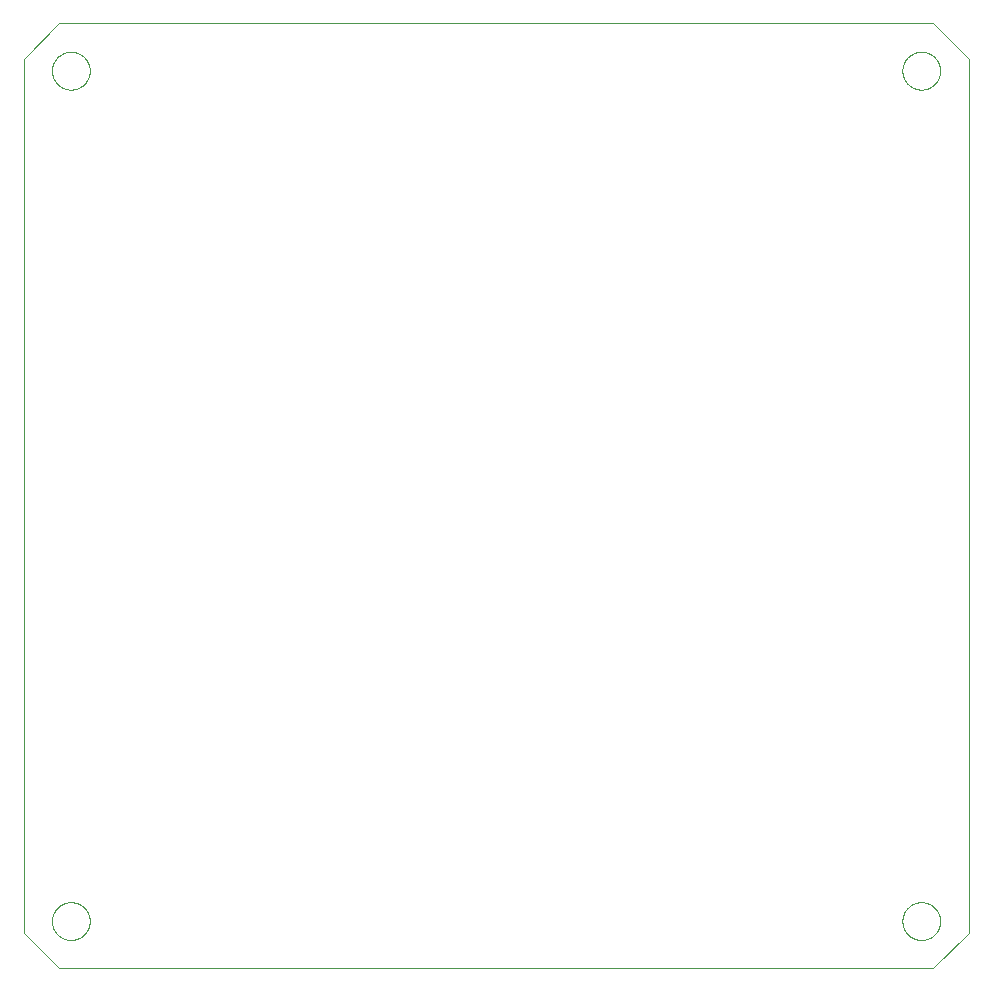
<source format=gbo>
G75*
%MOIN*%
%OFA0B0*%
%FSLAX25Y25*%
%IPPOS*%
%LPD*%
%AMOC8*
5,1,8,0,0,1.08239X$1,22.5*
%
%ADD10C,0.00000*%
D10*
X0023711Y0035200D02*
X0011900Y0047011D01*
X0011900Y0338350D01*
X0023711Y0350161D01*
X0315050Y0350161D01*
X0326861Y0338350D01*
X0326861Y0047011D01*
X0315050Y0035200D01*
X0023711Y0035200D01*
X0021349Y0050948D02*
X0021351Y0051106D01*
X0021357Y0051264D01*
X0021367Y0051422D01*
X0021381Y0051580D01*
X0021399Y0051737D01*
X0021420Y0051894D01*
X0021446Y0052050D01*
X0021476Y0052206D01*
X0021509Y0052361D01*
X0021547Y0052514D01*
X0021588Y0052667D01*
X0021633Y0052819D01*
X0021682Y0052970D01*
X0021735Y0053119D01*
X0021791Y0053267D01*
X0021851Y0053413D01*
X0021915Y0053558D01*
X0021983Y0053701D01*
X0022054Y0053843D01*
X0022128Y0053983D01*
X0022206Y0054120D01*
X0022288Y0054256D01*
X0022372Y0054390D01*
X0022461Y0054521D01*
X0022552Y0054650D01*
X0022647Y0054777D01*
X0022744Y0054902D01*
X0022845Y0055024D01*
X0022949Y0055143D01*
X0023056Y0055260D01*
X0023166Y0055374D01*
X0023279Y0055485D01*
X0023394Y0055594D01*
X0023512Y0055699D01*
X0023633Y0055801D01*
X0023756Y0055901D01*
X0023882Y0055997D01*
X0024010Y0056090D01*
X0024140Y0056180D01*
X0024273Y0056266D01*
X0024408Y0056350D01*
X0024544Y0056429D01*
X0024683Y0056506D01*
X0024824Y0056578D01*
X0024966Y0056648D01*
X0025110Y0056713D01*
X0025256Y0056775D01*
X0025403Y0056833D01*
X0025552Y0056888D01*
X0025702Y0056939D01*
X0025853Y0056986D01*
X0026005Y0057029D01*
X0026158Y0057068D01*
X0026313Y0057104D01*
X0026468Y0057135D01*
X0026624Y0057163D01*
X0026780Y0057187D01*
X0026937Y0057207D01*
X0027095Y0057223D01*
X0027252Y0057235D01*
X0027411Y0057243D01*
X0027569Y0057247D01*
X0027727Y0057247D01*
X0027885Y0057243D01*
X0028044Y0057235D01*
X0028201Y0057223D01*
X0028359Y0057207D01*
X0028516Y0057187D01*
X0028672Y0057163D01*
X0028828Y0057135D01*
X0028983Y0057104D01*
X0029138Y0057068D01*
X0029291Y0057029D01*
X0029443Y0056986D01*
X0029594Y0056939D01*
X0029744Y0056888D01*
X0029893Y0056833D01*
X0030040Y0056775D01*
X0030186Y0056713D01*
X0030330Y0056648D01*
X0030472Y0056578D01*
X0030613Y0056506D01*
X0030752Y0056429D01*
X0030888Y0056350D01*
X0031023Y0056266D01*
X0031156Y0056180D01*
X0031286Y0056090D01*
X0031414Y0055997D01*
X0031540Y0055901D01*
X0031663Y0055801D01*
X0031784Y0055699D01*
X0031902Y0055594D01*
X0032017Y0055485D01*
X0032130Y0055374D01*
X0032240Y0055260D01*
X0032347Y0055143D01*
X0032451Y0055024D01*
X0032552Y0054902D01*
X0032649Y0054777D01*
X0032744Y0054650D01*
X0032835Y0054521D01*
X0032924Y0054390D01*
X0033008Y0054256D01*
X0033090Y0054120D01*
X0033168Y0053983D01*
X0033242Y0053843D01*
X0033313Y0053701D01*
X0033381Y0053558D01*
X0033445Y0053413D01*
X0033505Y0053267D01*
X0033561Y0053119D01*
X0033614Y0052970D01*
X0033663Y0052819D01*
X0033708Y0052667D01*
X0033749Y0052514D01*
X0033787Y0052361D01*
X0033820Y0052206D01*
X0033850Y0052050D01*
X0033876Y0051894D01*
X0033897Y0051737D01*
X0033915Y0051580D01*
X0033929Y0051422D01*
X0033939Y0051264D01*
X0033945Y0051106D01*
X0033947Y0050948D01*
X0033945Y0050790D01*
X0033939Y0050632D01*
X0033929Y0050474D01*
X0033915Y0050316D01*
X0033897Y0050159D01*
X0033876Y0050002D01*
X0033850Y0049846D01*
X0033820Y0049690D01*
X0033787Y0049535D01*
X0033749Y0049382D01*
X0033708Y0049229D01*
X0033663Y0049077D01*
X0033614Y0048926D01*
X0033561Y0048777D01*
X0033505Y0048629D01*
X0033445Y0048483D01*
X0033381Y0048338D01*
X0033313Y0048195D01*
X0033242Y0048053D01*
X0033168Y0047913D01*
X0033090Y0047776D01*
X0033008Y0047640D01*
X0032924Y0047506D01*
X0032835Y0047375D01*
X0032744Y0047246D01*
X0032649Y0047119D01*
X0032552Y0046994D01*
X0032451Y0046872D01*
X0032347Y0046753D01*
X0032240Y0046636D01*
X0032130Y0046522D01*
X0032017Y0046411D01*
X0031902Y0046302D01*
X0031784Y0046197D01*
X0031663Y0046095D01*
X0031540Y0045995D01*
X0031414Y0045899D01*
X0031286Y0045806D01*
X0031156Y0045716D01*
X0031023Y0045630D01*
X0030888Y0045546D01*
X0030752Y0045467D01*
X0030613Y0045390D01*
X0030472Y0045318D01*
X0030330Y0045248D01*
X0030186Y0045183D01*
X0030040Y0045121D01*
X0029893Y0045063D01*
X0029744Y0045008D01*
X0029594Y0044957D01*
X0029443Y0044910D01*
X0029291Y0044867D01*
X0029138Y0044828D01*
X0028983Y0044792D01*
X0028828Y0044761D01*
X0028672Y0044733D01*
X0028516Y0044709D01*
X0028359Y0044689D01*
X0028201Y0044673D01*
X0028044Y0044661D01*
X0027885Y0044653D01*
X0027727Y0044649D01*
X0027569Y0044649D01*
X0027411Y0044653D01*
X0027252Y0044661D01*
X0027095Y0044673D01*
X0026937Y0044689D01*
X0026780Y0044709D01*
X0026624Y0044733D01*
X0026468Y0044761D01*
X0026313Y0044792D01*
X0026158Y0044828D01*
X0026005Y0044867D01*
X0025853Y0044910D01*
X0025702Y0044957D01*
X0025552Y0045008D01*
X0025403Y0045063D01*
X0025256Y0045121D01*
X0025110Y0045183D01*
X0024966Y0045248D01*
X0024824Y0045318D01*
X0024683Y0045390D01*
X0024544Y0045467D01*
X0024408Y0045546D01*
X0024273Y0045630D01*
X0024140Y0045716D01*
X0024010Y0045806D01*
X0023882Y0045899D01*
X0023756Y0045995D01*
X0023633Y0046095D01*
X0023512Y0046197D01*
X0023394Y0046302D01*
X0023279Y0046411D01*
X0023166Y0046522D01*
X0023056Y0046636D01*
X0022949Y0046753D01*
X0022845Y0046872D01*
X0022744Y0046994D01*
X0022647Y0047119D01*
X0022552Y0047246D01*
X0022461Y0047375D01*
X0022372Y0047506D01*
X0022288Y0047640D01*
X0022206Y0047776D01*
X0022128Y0047913D01*
X0022054Y0048053D01*
X0021983Y0048195D01*
X0021915Y0048338D01*
X0021851Y0048483D01*
X0021791Y0048629D01*
X0021735Y0048777D01*
X0021682Y0048926D01*
X0021633Y0049077D01*
X0021588Y0049229D01*
X0021547Y0049382D01*
X0021509Y0049535D01*
X0021476Y0049690D01*
X0021446Y0049846D01*
X0021420Y0050002D01*
X0021399Y0050159D01*
X0021381Y0050316D01*
X0021367Y0050474D01*
X0021357Y0050632D01*
X0021351Y0050790D01*
X0021349Y0050948D01*
X0021349Y0334413D02*
X0021351Y0334571D01*
X0021357Y0334729D01*
X0021367Y0334887D01*
X0021381Y0335045D01*
X0021399Y0335202D01*
X0021420Y0335359D01*
X0021446Y0335515D01*
X0021476Y0335671D01*
X0021509Y0335826D01*
X0021547Y0335979D01*
X0021588Y0336132D01*
X0021633Y0336284D01*
X0021682Y0336435D01*
X0021735Y0336584D01*
X0021791Y0336732D01*
X0021851Y0336878D01*
X0021915Y0337023D01*
X0021983Y0337166D01*
X0022054Y0337308D01*
X0022128Y0337448D01*
X0022206Y0337585D01*
X0022288Y0337721D01*
X0022372Y0337855D01*
X0022461Y0337986D01*
X0022552Y0338115D01*
X0022647Y0338242D01*
X0022744Y0338367D01*
X0022845Y0338489D01*
X0022949Y0338608D01*
X0023056Y0338725D01*
X0023166Y0338839D01*
X0023279Y0338950D01*
X0023394Y0339059D01*
X0023512Y0339164D01*
X0023633Y0339266D01*
X0023756Y0339366D01*
X0023882Y0339462D01*
X0024010Y0339555D01*
X0024140Y0339645D01*
X0024273Y0339731D01*
X0024408Y0339815D01*
X0024544Y0339894D01*
X0024683Y0339971D01*
X0024824Y0340043D01*
X0024966Y0340113D01*
X0025110Y0340178D01*
X0025256Y0340240D01*
X0025403Y0340298D01*
X0025552Y0340353D01*
X0025702Y0340404D01*
X0025853Y0340451D01*
X0026005Y0340494D01*
X0026158Y0340533D01*
X0026313Y0340569D01*
X0026468Y0340600D01*
X0026624Y0340628D01*
X0026780Y0340652D01*
X0026937Y0340672D01*
X0027095Y0340688D01*
X0027252Y0340700D01*
X0027411Y0340708D01*
X0027569Y0340712D01*
X0027727Y0340712D01*
X0027885Y0340708D01*
X0028044Y0340700D01*
X0028201Y0340688D01*
X0028359Y0340672D01*
X0028516Y0340652D01*
X0028672Y0340628D01*
X0028828Y0340600D01*
X0028983Y0340569D01*
X0029138Y0340533D01*
X0029291Y0340494D01*
X0029443Y0340451D01*
X0029594Y0340404D01*
X0029744Y0340353D01*
X0029893Y0340298D01*
X0030040Y0340240D01*
X0030186Y0340178D01*
X0030330Y0340113D01*
X0030472Y0340043D01*
X0030613Y0339971D01*
X0030752Y0339894D01*
X0030888Y0339815D01*
X0031023Y0339731D01*
X0031156Y0339645D01*
X0031286Y0339555D01*
X0031414Y0339462D01*
X0031540Y0339366D01*
X0031663Y0339266D01*
X0031784Y0339164D01*
X0031902Y0339059D01*
X0032017Y0338950D01*
X0032130Y0338839D01*
X0032240Y0338725D01*
X0032347Y0338608D01*
X0032451Y0338489D01*
X0032552Y0338367D01*
X0032649Y0338242D01*
X0032744Y0338115D01*
X0032835Y0337986D01*
X0032924Y0337855D01*
X0033008Y0337721D01*
X0033090Y0337585D01*
X0033168Y0337448D01*
X0033242Y0337308D01*
X0033313Y0337166D01*
X0033381Y0337023D01*
X0033445Y0336878D01*
X0033505Y0336732D01*
X0033561Y0336584D01*
X0033614Y0336435D01*
X0033663Y0336284D01*
X0033708Y0336132D01*
X0033749Y0335979D01*
X0033787Y0335826D01*
X0033820Y0335671D01*
X0033850Y0335515D01*
X0033876Y0335359D01*
X0033897Y0335202D01*
X0033915Y0335045D01*
X0033929Y0334887D01*
X0033939Y0334729D01*
X0033945Y0334571D01*
X0033947Y0334413D01*
X0033945Y0334255D01*
X0033939Y0334097D01*
X0033929Y0333939D01*
X0033915Y0333781D01*
X0033897Y0333624D01*
X0033876Y0333467D01*
X0033850Y0333311D01*
X0033820Y0333155D01*
X0033787Y0333000D01*
X0033749Y0332847D01*
X0033708Y0332694D01*
X0033663Y0332542D01*
X0033614Y0332391D01*
X0033561Y0332242D01*
X0033505Y0332094D01*
X0033445Y0331948D01*
X0033381Y0331803D01*
X0033313Y0331660D01*
X0033242Y0331518D01*
X0033168Y0331378D01*
X0033090Y0331241D01*
X0033008Y0331105D01*
X0032924Y0330971D01*
X0032835Y0330840D01*
X0032744Y0330711D01*
X0032649Y0330584D01*
X0032552Y0330459D01*
X0032451Y0330337D01*
X0032347Y0330218D01*
X0032240Y0330101D01*
X0032130Y0329987D01*
X0032017Y0329876D01*
X0031902Y0329767D01*
X0031784Y0329662D01*
X0031663Y0329560D01*
X0031540Y0329460D01*
X0031414Y0329364D01*
X0031286Y0329271D01*
X0031156Y0329181D01*
X0031023Y0329095D01*
X0030888Y0329011D01*
X0030752Y0328932D01*
X0030613Y0328855D01*
X0030472Y0328783D01*
X0030330Y0328713D01*
X0030186Y0328648D01*
X0030040Y0328586D01*
X0029893Y0328528D01*
X0029744Y0328473D01*
X0029594Y0328422D01*
X0029443Y0328375D01*
X0029291Y0328332D01*
X0029138Y0328293D01*
X0028983Y0328257D01*
X0028828Y0328226D01*
X0028672Y0328198D01*
X0028516Y0328174D01*
X0028359Y0328154D01*
X0028201Y0328138D01*
X0028044Y0328126D01*
X0027885Y0328118D01*
X0027727Y0328114D01*
X0027569Y0328114D01*
X0027411Y0328118D01*
X0027252Y0328126D01*
X0027095Y0328138D01*
X0026937Y0328154D01*
X0026780Y0328174D01*
X0026624Y0328198D01*
X0026468Y0328226D01*
X0026313Y0328257D01*
X0026158Y0328293D01*
X0026005Y0328332D01*
X0025853Y0328375D01*
X0025702Y0328422D01*
X0025552Y0328473D01*
X0025403Y0328528D01*
X0025256Y0328586D01*
X0025110Y0328648D01*
X0024966Y0328713D01*
X0024824Y0328783D01*
X0024683Y0328855D01*
X0024544Y0328932D01*
X0024408Y0329011D01*
X0024273Y0329095D01*
X0024140Y0329181D01*
X0024010Y0329271D01*
X0023882Y0329364D01*
X0023756Y0329460D01*
X0023633Y0329560D01*
X0023512Y0329662D01*
X0023394Y0329767D01*
X0023279Y0329876D01*
X0023166Y0329987D01*
X0023056Y0330101D01*
X0022949Y0330218D01*
X0022845Y0330337D01*
X0022744Y0330459D01*
X0022647Y0330584D01*
X0022552Y0330711D01*
X0022461Y0330840D01*
X0022372Y0330971D01*
X0022288Y0331105D01*
X0022206Y0331241D01*
X0022128Y0331378D01*
X0022054Y0331518D01*
X0021983Y0331660D01*
X0021915Y0331803D01*
X0021851Y0331948D01*
X0021791Y0332094D01*
X0021735Y0332242D01*
X0021682Y0332391D01*
X0021633Y0332542D01*
X0021588Y0332694D01*
X0021547Y0332847D01*
X0021509Y0333000D01*
X0021476Y0333155D01*
X0021446Y0333311D01*
X0021420Y0333467D01*
X0021399Y0333624D01*
X0021381Y0333781D01*
X0021367Y0333939D01*
X0021357Y0334097D01*
X0021351Y0334255D01*
X0021349Y0334413D01*
X0304814Y0334413D02*
X0304816Y0334571D01*
X0304822Y0334729D01*
X0304832Y0334887D01*
X0304846Y0335045D01*
X0304864Y0335202D01*
X0304885Y0335359D01*
X0304911Y0335515D01*
X0304941Y0335671D01*
X0304974Y0335826D01*
X0305012Y0335979D01*
X0305053Y0336132D01*
X0305098Y0336284D01*
X0305147Y0336435D01*
X0305200Y0336584D01*
X0305256Y0336732D01*
X0305316Y0336878D01*
X0305380Y0337023D01*
X0305448Y0337166D01*
X0305519Y0337308D01*
X0305593Y0337448D01*
X0305671Y0337585D01*
X0305753Y0337721D01*
X0305837Y0337855D01*
X0305926Y0337986D01*
X0306017Y0338115D01*
X0306112Y0338242D01*
X0306209Y0338367D01*
X0306310Y0338489D01*
X0306414Y0338608D01*
X0306521Y0338725D01*
X0306631Y0338839D01*
X0306744Y0338950D01*
X0306859Y0339059D01*
X0306977Y0339164D01*
X0307098Y0339266D01*
X0307221Y0339366D01*
X0307347Y0339462D01*
X0307475Y0339555D01*
X0307605Y0339645D01*
X0307738Y0339731D01*
X0307873Y0339815D01*
X0308009Y0339894D01*
X0308148Y0339971D01*
X0308289Y0340043D01*
X0308431Y0340113D01*
X0308575Y0340178D01*
X0308721Y0340240D01*
X0308868Y0340298D01*
X0309017Y0340353D01*
X0309167Y0340404D01*
X0309318Y0340451D01*
X0309470Y0340494D01*
X0309623Y0340533D01*
X0309778Y0340569D01*
X0309933Y0340600D01*
X0310089Y0340628D01*
X0310245Y0340652D01*
X0310402Y0340672D01*
X0310560Y0340688D01*
X0310717Y0340700D01*
X0310876Y0340708D01*
X0311034Y0340712D01*
X0311192Y0340712D01*
X0311350Y0340708D01*
X0311509Y0340700D01*
X0311666Y0340688D01*
X0311824Y0340672D01*
X0311981Y0340652D01*
X0312137Y0340628D01*
X0312293Y0340600D01*
X0312448Y0340569D01*
X0312603Y0340533D01*
X0312756Y0340494D01*
X0312908Y0340451D01*
X0313059Y0340404D01*
X0313209Y0340353D01*
X0313358Y0340298D01*
X0313505Y0340240D01*
X0313651Y0340178D01*
X0313795Y0340113D01*
X0313937Y0340043D01*
X0314078Y0339971D01*
X0314217Y0339894D01*
X0314353Y0339815D01*
X0314488Y0339731D01*
X0314621Y0339645D01*
X0314751Y0339555D01*
X0314879Y0339462D01*
X0315005Y0339366D01*
X0315128Y0339266D01*
X0315249Y0339164D01*
X0315367Y0339059D01*
X0315482Y0338950D01*
X0315595Y0338839D01*
X0315705Y0338725D01*
X0315812Y0338608D01*
X0315916Y0338489D01*
X0316017Y0338367D01*
X0316114Y0338242D01*
X0316209Y0338115D01*
X0316300Y0337986D01*
X0316389Y0337855D01*
X0316473Y0337721D01*
X0316555Y0337585D01*
X0316633Y0337448D01*
X0316707Y0337308D01*
X0316778Y0337166D01*
X0316846Y0337023D01*
X0316910Y0336878D01*
X0316970Y0336732D01*
X0317026Y0336584D01*
X0317079Y0336435D01*
X0317128Y0336284D01*
X0317173Y0336132D01*
X0317214Y0335979D01*
X0317252Y0335826D01*
X0317285Y0335671D01*
X0317315Y0335515D01*
X0317341Y0335359D01*
X0317362Y0335202D01*
X0317380Y0335045D01*
X0317394Y0334887D01*
X0317404Y0334729D01*
X0317410Y0334571D01*
X0317412Y0334413D01*
X0317410Y0334255D01*
X0317404Y0334097D01*
X0317394Y0333939D01*
X0317380Y0333781D01*
X0317362Y0333624D01*
X0317341Y0333467D01*
X0317315Y0333311D01*
X0317285Y0333155D01*
X0317252Y0333000D01*
X0317214Y0332847D01*
X0317173Y0332694D01*
X0317128Y0332542D01*
X0317079Y0332391D01*
X0317026Y0332242D01*
X0316970Y0332094D01*
X0316910Y0331948D01*
X0316846Y0331803D01*
X0316778Y0331660D01*
X0316707Y0331518D01*
X0316633Y0331378D01*
X0316555Y0331241D01*
X0316473Y0331105D01*
X0316389Y0330971D01*
X0316300Y0330840D01*
X0316209Y0330711D01*
X0316114Y0330584D01*
X0316017Y0330459D01*
X0315916Y0330337D01*
X0315812Y0330218D01*
X0315705Y0330101D01*
X0315595Y0329987D01*
X0315482Y0329876D01*
X0315367Y0329767D01*
X0315249Y0329662D01*
X0315128Y0329560D01*
X0315005Y0329460D01*
X0314879Y0329364D01*
X0314751Y0329271D01*
X0314621Y0329181D01*
X0314488Y0329095D01*
X0314353Y0329011D01*
X0314217Y0328932D01*
X0314078Y0328855D01*
X0313937Y0328783D01*
X0313795Y0328713D01*
X0313651Y0328648D01*
X0313505Y0328586D01*
X0313358Y0328528D01*
X0313209Y0328473D01*
X0313059Y0328422D01*
X0312908Y0328375D01*
X0312756Y0328332D01*
X0312603Y0328293D01*
X0312448Y0328257D01*
X0312293Y0328226D01*
X0312137Y0328198D01*
X0311981Y0328174D01*
X0311824Y0328154D01*
X0311666Y0328138D01*
X0311509Y0328126D01*
X0311350Y0328118D01*
X0311192Y0328114D01*
X0311034Y0328114D01*
X0310876Y0328118D01*
X0310717Y0328126D01*
X0310560Y0328138D01*
X0310402Y0328154D01*
X0310245Y0328174D01*
X0310089Y0328198D01*
X0309933Y0328226D01*
X0309778Y0328257D01*
X0309623Y0328293D01*
X0309470Y0328332D01*
X0309318Y0328375D01*
X0309167Y0328422D01*
X0309017Y0328473D01*
X0308868Y0328528D01*
X0308721Y0328586D01*
X0308575Y0328648D01*
X0308431Y0328713D01*
X0308289Y0328783D01*
X0308148Y0328855D01*
X0308009Y0328932D01*
X0307873Y0329011D01*
X0307738Y0329095D01*
X0307605Y0329181D01*
X0307475Y0329271D01*
X0307347Y0329364D01*
X0307221Y0329460D01*
X0307098Y0329560D01*
X0306977Y0329662D01*
X0306859Y0329767D01*
X0306744Y0329876D01*
X0306631Y0329987D01*
X0306521Y0330101D01*
X0306414Y0330218D01*
X0306310Y0330337D01*
X0306209Y0330459D01*
X0306112Y0330584D01*
X0306017Y0330711D01*
X0305926Y0330840D01*
X0305837Y0330971D01*
X0305753Y0331105D01*
X0305671Y0331241D01*
X0305593Y0331378D01*
X0305519Y0331518D01*
X0305448Y0331660D01*
X0305380Y0331803D01*
X0305316Y0331948D01*
X0305256Y0332094D01*
X0305200Y0332242D01*
X0305147Y0332391D01*
X0305098Y0332542D01*
X0305053Y0332694D01*
X0305012Y0332847D01*
X0304974Y0333000D01*
X0304941Y0333155D01*
X0304911Y0333311D01*
X0304885Y0333467D01*
X0304864Y0333624D01*
X0304846Y0333781D01*
X0304832Y0333939D01*
X0304822Y0334097D01*
X0304816Y0334255D01*
X0304814Y0334413D01*
X0304814Y0050948D02*
X0304816Y0051106D01*
X0304822Y0051264D01*
X0304832Y0051422D01*
X0304846Y0051580D01*
X0304864Y0051737D01*
X0304885Y0051894D01*
X0304911Y0052050D01*
X0304941Y0052206D01*
X0304974Y0052361D01*
X0305012Y0052514D01*
X0305053Y0052667D01*
X0305098Y0052819D01*
X0305147Y0052970D01*
X0305200Y0053119D01*
X0305256Y0053267D01*
X0305316Y0053413D01*
X0305380Y0053558D01*
X0305448Y0053701D01*
X0305519Y0053843D01*
X0305593Y0053983D01*
X0305671Y0054120D01*
X0305753Y0054256D01*
X0305837Y0054390D01*
X0305926Y0054521D01*
X0306017Y0054650D01*
X0306112Y0054777D01*
X0306209Y0054902D01*
X0306310Y0055024D01*
X0306414Y0055143D01*
X0306521Y0055260D01*
X0306631Y0055374D01*
X0306744Y0055485D01*
X0306859Y0055594D01*
X0306977Y0055699D01*
X0307098Y0055801D01*
X0307221Y0055901D01*
X0307347Y0055997D01*
X0307475Y0056090D01*
X0307605Y0056180D01*
X0307738Y0056266D01*
X0307873Y0056350D01*
X0308009Y0056429D01*
X0308148Y0056506D01*
X0308289Y0056578D01*
X0308431Y0056648D01*
X0308575Y0056713D01*
X0308721Y0056775D01*
X0308868Y0056833D01*
X0309017Y0056888D01*
X0309167Y0056939D01*
X0309318Y0056986D01*
X0309470Y0057029D01*
X0309623Y0057068D01*
X0309778Y0057104D01*
X0309933Y0057135D01*
X0310089Y0057163D01*
X0310245Y0057187D01*
X0310402Y0057207D01*
X0310560Y0057223D01*
X0310717Y0057235D01*
X0310876Y0057243D01*
X0311034Y0057247D01*
X0311192Y0057247D01*
X0311350Y0057243D01*
X0311509Y0057235D01*
X0311666Y0057223D01*
X0311824Y0057207D01*
X0311981Y0057187D01*
X0312137Y0057163D01*
X0312293Y0057135D01*
X0312448Y0057104D01*
X0312603Y0057068D01*
X0312756Y0057029D01*
X0312908Y0056986D01*
X0313059Y0056939D01*
X0313209Y0056888D01*
X0313358Y0056833D01*
X0313505Y0056775D01*
X0313651Y0056713D01*
X0313795Y0056648D01*
X0313937Y0056578D01*
X0314078Y0056506D01*
X0314217Y0056429D01*
X0314353Y0056350D01*
X0314488Y0056266D01*
X0314621Y0056180D01*
X0314751Y0056090D01*
X0314879Y0055997D01*
X0315005Y0055901D01*
X0315128Y0055801D01*
X0315249Y0055699D01*
X0315367Y0055594D01*
X0315482Y0055485D01*
X0315595Y0055374D01*
X0315705Y0055260D01*
X0315812Y0055143D01*
X0315916Y0055024D01*
X0316017Y0054902D01*
X0316114Y0054777D01*
X0316209Y0054650D01*
X0316300Y0054521D01*
X0316389Y0054390D01*
X0316473Y0054256D01*
X0316555Y0054120D01*
X0316633Y0053983D01*
X0316707Y0053843D01*
X0316778Y0053701D01*
X0316846Y0053558D01*
X0316910Y0053413D01*
X0316970Y0053267D01*
X0317026Y0053119D01*
X0317079Y0052970D01*
X0317128Y0052819D01*
X0317173Y0052667D01*
X0317214Y0052514D01*
X0317252Y0052361D01*
X0317285Y0052206D01*
X0317315Y0052050D01*
X0317341Y0051894D01*
X0317362Y0051737D01*
X0317380Y0051580D01*
X0317394Y0051422D01*
X0317404Y0051264D01*
X0317410Y0051106D01*
X0317412Y0050948D01*
X0317410Y0050790D01*
X0317404Y0050632D01*
X0317394Y0050474D01*
X0317380Y0050316D01*
X0317362Y0050159D01*
X0317341Y0050002D01*
X0317315Y0049846D01*
X0317285Y0049690D01*
X0317252Y0049535D01*
X0317214Y0049382D01*
X0317173Y0049229D01*
X0317128Y0049077D01*
X0317079Y0048926D01*
X0317026Y0048777D01*
X0316970Y0048629D01*
X0316910Y0048483D01*
X0316846Y0048338D01*
X0316778Y0048195D01*
X0316707Y0048053D01*
X0316633Y0047913D01*
X0316555Y0047776D01*
X0316473Y0047640D01*
X0316389Y0047506D01*
X0316300Y0047375D01*
X0316209Y0047246D01*
X0316114Y0047119D01*
X0316017Y0046994D01*
X0315916Y0046872D01*
X0315812Y0046753D01*
X0315705Y0046636D01*
X0315595Y0046522D01*
X0315482Y0046411D01*
X0315367Y0046302D01*
X0315249Y0046197D01*
X0315128Y0046095D01*
X0315005Y0045995D01*
X0314879Y0045899D01*
X0314751Y0045806D01*
X0314621Y0045716D01*
X0314488Y0045630D01*
X0314353Y0045546D01*
X0314217Y0045467D01*
X0314078Y0045390D01*
X0313937Y0045318D01*
X0313795Y0045248D01*
X0313651Y0045183D01*
X0313505Y0045121D01*
X0313358Y0045063D01*
X0313209Y0045008D01*
X0313059Y0044957D01*
X0312908Y0044910D01*
X0312756Y0044867D01*
X0312603Y0044828D01*
X0312448Y0044792D01*
X0312293Y0044761D01*
X0312137Y0044733D01*
X0311981Y0044709D01*
X0311824Y0044689D01*
X0311666Y0044673D01*
X0311509Y0044661D01*
X0311350Y0044653D01*
X0311192Y0044649D01*
X0311034Y0044649D01*
X0310876Y0044653D01*
X0310717Y0044661D01*
X0310560Y0044673D01*
X0310402Y0044689D01*
X0310245Y0044709D01*
X0310089Y0044733D01*
X0309933Y0044761D01*
X0309778Y0044792D01*
X0309623Y0044828D01*
X0309470Y0044867D01*
X0309318Y0044910D01*
X0309167Y0044957D01*
X0309017Y0045008D01*
X0308868Y0045063D01*
X0308721Y0045121D01*
X0308575Y0045183D01*
X0308431Y0045248D01*
X0308289Y0045318D01*
X0308148Y0045390D01*
X0308009Y0045467D01*
X0307873Y0045546D01*
X0307738Y0045630D01*
X0307605Y0045716D01*
X0307475Y0045806D01*
X0307347Y0045899D01*
X0307221Y0045995D01*
X0307098Y0046095D01*
X0306977Y0046197D01*
X0306859Y0046302D01*
X0306744Y0046411D01*
X0306631Y0046522D01*
X0306521Y0046636D01*
X0306414Y0046753D01*
X0306310Y0046872D01*
X0306209Y0046994D01*
X0306112Y0047119D01*
X0306017Y0047246D01*
X0305926Y0047375D01*
X0305837Y0047506D01*
X0305753Y0047640D01*
X0305671Y0047776D01*
X0305593Y0047913D01*
X0305519Y0048053D01*
X0305448Y0048195D01*
X0305380Y0048338D01*
X0305316Y0048483D01*
X0305256Y0048629D01*
X0305200Y0048777D01*
X0305147Y0048926D01*
X0305098Y0049077D01*
X0305053Y0049229D01*
X0305012Y0049382D01*
X0304974Y0049535D01*
X0304941Y0049690D01*
X0304911Y0049846D01*
X0304885Y0050002D01*
X0304864Y0050159D01*
X0304846Y0050316D01*
X0304832Y0050474D01*
X0304822Y0050632D01*
X0304816Y0050790D01*
X0304814Y0050948D01*
M02*

</source>
